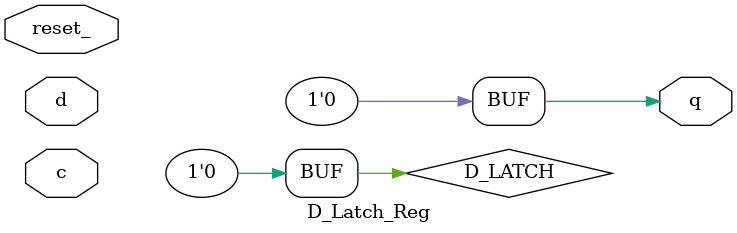
<source format=v>
/**
 * File: D_Latch_Reg.v
 *       Si consideri ora un sistema digitale o una rete logica in cui sono
 *       inclusi dei D latch. Il linguaggio Verilog permette di evitare la
 *       descrizione della loro struttura, purche' ciascuno di essi sia
 *       dichiarato come rete di tipo predefinito reg e purche' nel descrivere
 *       il suo utilizzo si seguano regole ben precise.
 *       
 * Author: Rambod Rahmani <rambodrahmani@autistici.org>
 *         Created on 08/06/2019.
 */

module D_Latch_Reg(d, c, q, reset_);
    input reset_;
    input d;
    input c;
    output q;

    reg D_LATCH;

    assign q = D_LATCH;

    always @(reset_ == 0) #1 D_LATCH <= 0;

    always @(c or d) if (reset_ == 1) #2 D_LATCH <= (c == 1) ? d:D_LATCH;
endmodule


</source>
